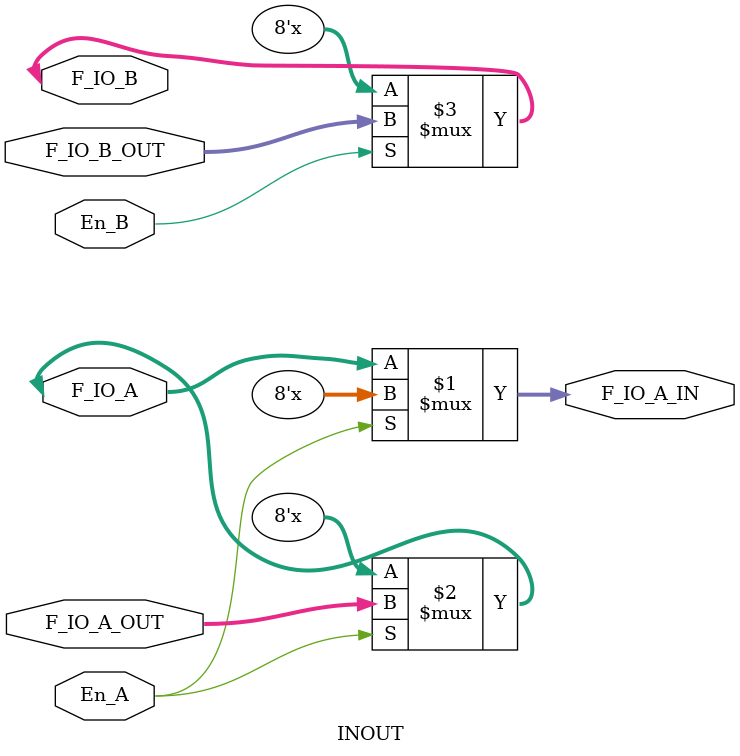
<source format=v>
module INOUT(
	inout			[7:0]	F_IO_A,
    inout			[7:0]	F_IO_B,//inout 8
    input					En_A,//in 1
    input					En_B,//in 1
    output	wire	[7:0]	F_IO_A_IN,//out 8
    input			[7:0]	F_IO_A_OUT,//in 8
    input			[7:0]	F_IO_B_OUT//in 8
    );
	assign F_IO_A_IN=(En_A)?8'bz:F_IO_A;//T FRAME
	assign F_IO_A=(En_A)?F_IO_A_OUT:8'bz;//R FRAME
	assign F_IO_B=(En_B)?F_IO_B_OUT:8'bz;//R FRAME
endmodule
</source>
